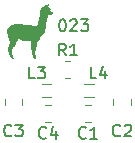
<source format=gbr>
%TF.GenerationSoftware,KiCad,Pcbnew,7.0.5+dfsg-2*%
%TF.CreationDate,2023-08-19T10:49:16+02:00*%
%TF.ProjectId,023-lumped-wilkinson-splitter,3032332d-6c75-46d7-9065-642d77696c6b,1*%
%TF.SameCoordinates,Original*%
%TF.FileFunction,Legend,Top*%
%TF.FilePolarity,Positive*%
%FSLAX46Y46*%
G04 Gerber Fmt 4.6, Leading zero omitted, Abs format (unit mm)*
G04 Created by KiCad (PCBNEW 7.0.5+dfsg-2) date 2023-08-19 10:49:16*
%MOMM*%
%LPD*%
G01*
G04 APERTURE LIST*
%ADD10C,0.150000*%
%ADD11C,0.120000*%
G04 APERTURE END LIST*
D10*
X147000000Y-71454819D02*
X147095238Y-71454819D01*
X147095238Y-71454819D02*
X147190476Y-71502438D01*
X147190476Y-71502438D02*
X147238095Y-71550057D01*
X147238095Y-71550057D02*
X147285714Y-71645295D01*
X147285714Y-71645295D02*
X147333333Y-71835771D01*
X147333333Y-71835771D02*
X147333333Y-72073866D01*
X147333333Y-72073866D02*
X147285714Y-72264342D01*
X147285714Y-72264342D02*
X147238095Y-72359580D01*
X147238095Y-72359580D02*
X147190476Y-72407200D01*
X147190476Y-72407200D02*
X147095238Y-72454819D01*
X147095238Y-72454819D02*
X147000000Y-72454819D01*
X147000000Y-72454819D02*
X146904762Y-72407200D01*
X146904762Y-72407200D02*
X146857143Y-72359580D01*
X146857143Y-72359580D02*
X146809524Y-72264342D01*
X146809524Y-72264342D02*
X146761905Y-72073866D01*
X146761905Y-72073866D02*
X146761905Y-71835771D01*
X146761905Y-71835771D02*
X146809524Y-71645295D01*
X146809524Y-71645295D02*
X146857143Y-71550057D01*
X146857143Y-71550057D02*
X146904762Y-71502438D01*
X146904762Y-71502438D02*
X147000000Y-71454819D01*
X147714286Y-71550057D02*
X147761905Y-71502438D01*
X147761905Y-71502438D02*
X147857143Y-71454819D01*
X147857143Y-71454819D02*
X148095238Y-71454819D01*
X148095238Y-71454819D02*
X148190476Y-71502438D01*
X148190476Y-71502438D02*
X148238095Y-71550057D01*
X148238095Y-71550057D02*
X148285714Y-71645295D01*
X148285714Y-71645295D02*
X148285714Y-71740533D01*
X148285714Y-71740533D02*
X148238095Y-71883390D01*
X148238095Y-71883390D02*
X147666667Y-72454819D01*
X147666667Y-72454819D02*
X148285714Y-72454819D01*
X148619048Y-71454819D02*
X149238095Y-71454819D01*
X149238095Y-71454819D02*
X148904762Y-71835771D01*
X148904762Y-71835771D02*
X149047619Y-71835771D01*
X149047619Y-71835771D02*
X149142857Y-71883390D01*
X149142857Y-71883390D02*
X149190476Y-71931009D01*
X149190476Y-71931009D02*
X149238095Y-72026247D01*
X149238095Y-72026247D02*
X149238095Y-72264342D01*
X149238095Y-72264342D02*
X149190476Y-72359580D01*
X149190476Y-72359580D02*
X149142857Y-72407200D01*
X149142857Y-72407200D02*
X149047619Y-72454819D01*
X149047619Y-72454819D02*
X148761905Y-72454819D01*
X148761905Y-72454819D02*
X148666667Y-72407200D01*
X148666667Y-72407200D02*
X148619048Y-72359580D01*
%TO.C,L4*%
X149933333Y-76454819D02*
X149457143Y-76454819D01*
X149457143Y-76454819D02*
X149457143Y-75454819D01*
X150695238Y-75788152D02*
X150695238Y-76454819D01*
X150457143Y-75407200D02*
X150219048Y-76121485D01*
X150219048Y-76121485D02*
X150838095Y-76121485D01*
%TO.C,R1*%
X147333333Y-74504819D02*
X147000000Y-74028628D01*
X146761905Y-74504819D02*
X146761905Y-73504819D01*
X146761905Y-73504819D02*
X147142857Y-73504819D01*
X147142857Y-73504819D02*
X147238095Y-73552438D01*
X147238095Y-73552438D02*
X147285714Y-73600057D01*
X147285714Y-73600057D02*
X147333333Y-73695295D01*
X147333333Y-73695295D02*
X147333333Y-73838152D01*
X147333333Y-73838152D02*
X147285714Y-73933390D01*
X147285714Y-73933390D02*
X147238095Y-73981009D01*
X147238095Y-73981009D02*
X147142857Y-74028628D01*
X147142857Y-74028628D02*
X146761905Y-74028628D01*
X148285714Y-74504819D02*
X147714286Y-74504819D01*
X148000000Y-74504819D02*
X148000000Y-73504819D01*
X148000000Y-73504819D02*
X147904762Y-73647676D01*
X147904762Y-73647676D02*
X147809524Y-73742914D01*
X147809524Y-73742914D02*
X147714286Y-73790533D01*
%TO.C,C3*%
X142733333Y-81259580D02*
X142685714Y-81307200D01*
X142685714Y-81307200D02*
X142542857Y-81354819D01*
X142542857Y-81354819D02*
X142447619Y-81354819D01*
X142447619Y-81354819D02*
X142304762Y-81307200D01*
X142304762Y-81307200D02*
X142209524Y-81211961D01*
X142209524Y-81211961D02*
X142161905Y-81116723D01*
X142161905Y-81116723D02*
X142114286Y-80926247D01*
X142114286Y-80926247D02*
X142114286Y-80783390D01*
X142114286Y-80783390D02*
X142161905Y-80592914D01*
X142161905Y-80592914D02*
X142209524Y-80497676D01*
X142209524Y-80497676D02*
X142304762Y-80402438D01*
X142304762Y-80402438D02*
X142447619Y-80354819D01*
X142447619Y-80354819D02*
X142542857Y-80354819D01*
X142542857Y-80354819D02*
X142685714Y-80402438D01*
X142685714Y-80402438D02*
X142733333Y-80450057D01*
X143066667Y-80354819D02*
X143685714Y-80354819D01*
X143685714Y-80354819D02*
X143352381Y-80735771D01*
X143352381Y-80735771D02*
X143495238Y-80735771D01*
X143495238Y-80735771D02*
X143590476Y-80783390D01*
X143590476Y-80783390D02*
X143638095Y-80831009D01*
X143638095Y-80831009D02*
X143685714Y-80926247D01*
X143685714Y-80926247D02*
X143685714Y-81164342D01*
X143685714Y-81164342D02*
X143638095Y-81259580D01*
X143638095Y-81259580D02*
X143590476Y-81307200D01*
X143590476Y-81307200D02*
X143495238Y-81354819D01*
X143495238Y-81354819D02*
X143209524Y-81354819D01*
X143209524Y-81354819D02*
X143114286Y-81307200D01*
X143114286Y-81307200D02*
X143066667Y-81259580D01*
%TO.C,C2*%
X151933333Y-81259580D02*
X151885714Y-81307200D01*
X151885714Y-81307200D02*
X151742857Y-81354819D01*
X151742857Y-81354819D02*
X151647619Y-81354819D01*
X151647619Y-81354819D02*
X151504762Y-81307200D01*
X151504762Y-81307200D02*
X151409524Y-81211961D01*
X151409524Y-81211961D02*
X151361905Y-81116723D01*
X151361905Y-81116723D02*
X151314286Y-80926247D01*
X151314286Y-80926247D02*
X151314286Y-80783390D01*
X151314286Y-80783390D02*
X151361905Y-80592914D01*
X151361905Y-80592914D02*
X151409524Y-80497676D01*
X151409524Y-80497676D02*
X151504762Y-80402438D01*
X151504762Y-80402438D02*
X151647619Y-80354819D01*
X151647619Y-80354819D02*
X151742857Y-80354819D01*
X151742857Y-80354819D02*
X151885714Y-80402438D01*
X151885714Y-80402438D02*
X151933333Y-80450057D01*
X152314286Y-80450057D02*
X152361905Y-80402438D01*
X152361905Y-80402438D02*
X152457143Y-80354819D01*
X152457143Y-80354819D02*
X152695238Y-80354819D01*
X152695238Y-80354819D02*
X152790476Y-80402438D01*
X152790476Y-80402438D02*
X152838095Y-80450057D01*
X152838095Y-80450057D02*
X152885714Y-80545295D01*
X152885714Y-80545295D02*
X152885714Y-80640533D01*
X152885714Y-80640533D02*
X152838095Y-80783390D01*
X152838095Y-80783390D02*
X152266667Y-81354819D01*
X152266667Y-81354819D02*
X152885714Y-81354819D01*
%TO.C,L3*%
X144733333Y-76454819D02*
X144257143Y-76454819D01*
X144257143Y-76454819D02*
X144257143Y-75454819D01*
X144971429Y-75454819D02*
X145590476Y-75454819D01*
X145590476Y-75454819D02*
X145257143Y-75835771D01*
X145257143Y-75835771D02*
X145400000Y-75835771D01*
X145400000Y-75835771D02*
X145495238Y-75883390D01*
X145495238Y-75883390D02*
X145542857Y-75931009D01*
X145542857Y-75931009D02*
X145590476Y-76026247D01*
X145590476Y-76026247D02*
X145590476Y-76264342D01*
X145590476Y-76264342D02*
X145542857Y-76359580D01*
X145542857Y-76359580D02*
X145495238Y-76407200D01*
X145495238Y-76407200D02*
X145400000Y-76454819D01*
X145400000Y-76454819D02*
X145114286Y-76454819D01*
X145114286Y-76454819D02*
X145019048Y-76407200D01*
X145019048Y-76407200D02*
X144971429Y-76359580D01*
%TO.C,C4*%
X145668688Y-81459580D02*
X145621069Y-81507200D01*
X145621069Y-81507200D02*
X145478212Y-81554819D01*
X145478212Y-81554819D02*
X145382974Y-81554819D01*
X145382974Y-81554819D02*
X145240117Y-81507200D01*
X145240117Y-81507200D02*
X145144879Y-81411961D01*
X145144879Y-81411961D02*
X145097260Y-81316723D01*
X145097260Y-81316723D02*
X145049641Y-81126247D01*
X145049641Y-81126247D02*
X145049641Y-80983390D01*
X145049641Y-80983390D02*
X145097260Y-80792914D01*
X145097260Y-80792914D02*
X145144879Y-80697676D01*
X145144879Y-80697676D02*
X145240117Y-80602438D01*
X145240117Y-80602438D02*
X145382974Y-80554819D01*
X145382974Y-80554819D02*
X145478212Y-80554819D01*
X145478212Y-80554819D02*
X145621069Y-80602438D01*
X145621069Y-80602438D02*
X145668688Y-80650057D01*
X146525831Y-80888152D02*
X146525831Y-81554819D01*
X146287736Y-80507200D02*
X146049641Y-81221485D01*
X146049641Y-81221485D02*
X146668688Y-81221485D01*
%TO.C,C1*%
X149033333Y-81459580D02*
X148985714Y-81507200D01*
X148985714Y-81507200D02*
X148842857Y-81554819D01*
X148842857Y-81554819D02*
X148747619Y-81554819D01*
X148747619Y-81554819D02*
X148604762Y-81507200D01*
X148604762Y-81507200D02*
X148509524Y-81411961D01*
X148509524Y-81411961D02*
X148461905Y-81316723D01*
X148461905Y-81316723D02*
X148414286Y-81126247D01*
X148414286Y-81126247D02*
X148414286Y-80983390D01*
X148414286Y-80983390D02*
X148461905Y-80792914D01*
X148461905Y-80792914D02*
X148509524Y-80697676D01*
X148509524Y-80697676D02*
X148604762Y-80602438D01*
X148604762Y-80602438D02*
X148747619Y-80554819D01*
X148747619Y-80554819D02*
X148842857Y-80554819D01*
X148842857Y-80554819D02*
X148985714Y-80602438D01*
X148985714Y-80602438D02*
X149033333Y-80650057D01*
X149985714Y-81554819D02*
X149414286Y-81554819D01*
X149700000Y-81554819D02*
X149700000Y-80554819D01*
X149700000Y-80554819D02*
X149604762Y-80697676D01*
X149604762Y-80697676D02*
X149509524Y-80792914D01*
X149509524Y-80792914D02*
X149414286Y-80840533D01*
D11*
%TO.C,L4*%
X148900378Y-76940000D02*
X149699622Y-76940000D01*
X148900378Y-78060000D02*
X149699622Y-78060000D01*
%TO.C,R1*%
X147272936Y-74965000D02*
X147727064Y-74965000D01*
X147272936Y-76435000D02*
X147727064Y-76435000D01*
%TO.C,C3*%
X142165000Y-78711252D02*
X142165000Y-78188748D01*
X143635000Y-78711252D02*
X143635000Y-78188748D01*
%TO.C,C2*%
X152835000Y-78188748D02*
X152835000Y-78711252D01*
X151365000Y-78188748D02*
X151365000Y-78711252D01*
%TO.C,G\u002A\u002A\u002A*%
G36*
X145907208Y-70114917D02*
G01*
X145921780Y-70122643D01*
X145927638Y-70138791D01*
X145924986Y-70166038D01*
X145914028Y-70207062D01*
X145895246Y-70263741D01*
X145878860Y-70310446D01*
X145864665Y-70349625D01*
X145854112Y-70377364D01*
X145848650Y-70389745D01*
X145848486Y-70389946D01*
X145854138Y-70397178D01*
X145873545Y-70411565D01*
X145902518Y-70430004D01*
X145902794Y-70430170D01*
X145965684Y-70473854D01*
X146013512Y-70519631D01*
X146045324Y-70565750D01*
X146060162Y-70610459D01*
X146057070Y-70652007D01*
X146040520Y-70682445D01*
X146020991Y-70706562D01*
X146077555Y-70740636D01*
X146117737Y-70766699D01*
X146159250Y-70796467D01*
X146180607Y-70813250D01*
X146206661Y-70835927D01*
X146219745Y-70852611D01*
X146223211Y-70869984D01*
X146220661Y-70893124D01*
X146215636Y-70932872D01*
X146212184Y-70973169D01*
X146212056Y-70975472D01*
X146206709Y-71006817D01*
X146192958Y-71024471D01*
X146187295Y-71027764D01*
X146164024Y-71044266D01*
X146144294Y-71064253D01*
X146134232Y-71075038D01*
X146121977Y-71082474D01*
X146103462Y-71087419D01*
X146074622Y-71090732D01*
X146031391Y-71093272D01*
X146000502Y-71094630D01*
X145940844Y-71098231D01*
X145895936Y-71103279D01*
X145868140Y-71109464D01*
X145861407Y-71112879D01*
X145849381Y-71131376D01*
X145840328Y-71159745D01*
X145839450Y-71164547D01*
X145832091Y-71190629D01*
X145817507Y-71228695D01*
X145798200Y-71272492D01*
X145786787Y-71296135D01*
X145769617Y-71331648D01*
X145756241Y-71363117D01*
X145745437Y-71394981D01*
X145735983Y-71431679D01*
X145726657Y-71477652D01*
X145716238Y-71537340D01*
X145710003Y-71575142D01*
X145698611Y-71650475D01*
X145687513Y-71733726D01*
X145677703Y-71816757D01*
X145670177Y-71891427D01*
X145667711Y-71921318D01*
X145653479Y-72070850D01*
X145634101Y-72203435D01*
X145609013Y-72322278D01*
X145578053Y-72429366D01*
X145549141Y-72507130D01*
X145516299Y-72574946D01*
X145476020Y-72638510D01*
X145424798Y-72703520D01*
X145375643Y-72758199D01*
X145277329Y-72875280D01*
X145193806Y-73001629D01*
X145131364Y-73121186D01*
X145103186Y-73177903D01*
X145077811Y-73220375D01*
X145051675Y-73254018D01*
X145028482Y-73277604D01*
X145000811Y-73302117D01*
X144978251Y-73319713D01*
X144965568Y-73326682D01*
X144965395Y-73326688D01*
X144953451Y-73333218D01*
X144941919Y-73353767D01*
X144930392Y-73389773D01*
X144918459Y-73442674D01*
X144905712Y-73513910D01*
X144897702Y-73564739D01*
X144882935Y-73657753D01*
X144868702Y-73736626D01*
X144853537Y-73807789D01*
X144835974Y-73877671D01*
X144814550Y-73952702D01*
X144794147Y-74019151D01*
X144773662Y-74088767D01*
X144759937Y-74148459D01*
X144752673Y-74203792D01*
X144751572Y-74260332D01*
X144756334Y-74323643D01*
X144766662Y-74399292D01*
X144771976Y-74432384D01*
X144781863Y-74493891D01*
X144791097Y-74554175D01*
X144798842Y-74607582D01*
X144804263Y-74648460D01*
X144805561Y-74659723D01*
X144812893Y-74704728D01*
X144826368Y-74741894D01*
X144850004Y-74781963D01*
X144852923Y-74786310D01*
X144893121Y-74845728D01*
X144591035Y-74845728D01*
X144598018Y-74812144D01*
X144606666Y-74782384D01*
X144617092Y-74759536D01*
X144621952Y-74745992D01*
X144619574Y-74727580D01*
X144608787Y-74699446D01*
X144596054Y-74672292D01*
X144576050Y-74626603D01*
X144559018Y-74576762D01*
X144543853Y-74518573D01*
X144529451Y-74447840D01*
X144515851Y-74367612D01*
X144505774Y-74315487D01*
X144490904Y-74252618D01*
X144473420Y-74187715D01*
X144459042Y-74140272D01*
X144439373Y-74077432D01*
X144424185Y-74023154D01*
X144412556Y-73972312D01*
X144403565Y-73919774D01*
X144396290Y-73860411D01*
X144389810Y-73789094D01*
X144385282Y-73729699D01*
X144380007Y-73626544D01*
X144379205Y-73527802D01*
X144382780Y-73438429D01*
X144390634Y-73363381D01*
X144392649Y-73350881D01*
X144398285Y-73318238D01*
X144213062Y-73323960D01*
X144092262Y-73325480D01*
X143987165Y-73321724D01*
X143893384Y-73312274D01*
X143806532Y-73296713D01*
X143735335Y-73278501D01*
X143628868Y-73239636D01*
X143539540Y-73189590D01*
X143466909Y-73128052D01*
X143410536Y-73054711D01*
X143404435Y-73044391D01*
X143375907Y-72994600D01*
X143368639Y-73023556D01*
X143348777Y-73080742D01*
X143318034Y-73143838D01*
X143280847Y-73204875D01*
X143241648Y-73255885D01*
X143235826Y-73262224D01*
X143201823Y-73299253D01*
X143179015Y-73328535D01*
X143163853Y-73356807D01*
X143152786Y-73390804D01*
X143142267Y-73437262D01*
X143141407Y-73441406D01*
X143122253Y-73514043D01*
X143095078Y-73580397D01*
X143057410Y-73644725D01*
X143006775Y-73711286D01*
X142944562Y-73780306D01*
X142900655Y-73827086D01*
X142869096Y-73863066D01*
X142847302Y-73891736D01*
X142832691Y-73916586D01*
X142822679Y-73941105D01*
X142820484Y-73947943D01*
X142806617Y-74010336D01*
X142798490Y-74083767D01*
X142796652Y-74159269D01*
X142801650Y-74227875D01*
X142802867Y-74236045D01*
X142821849Y-74352191D01*
X142838653Y-74449249D01*
X142853608Y-74528646D01*
X142867045Y-74591809D01*
X142879292Y-74640166D01*
X142890680Y-74675143D01*
X142901537Y-74698166D01*
X142912194Y-74710664D01*
X142912536Y-74710907D01*
X142943036Y-74736176D01*
X142970562Y-74765811D01*
X142989476Y-74793348D01*
X142993891Y-74804120D01*
X142995244Y-74813632D01*
X142990936Y-74819721D01*
X142977416Y-74823146D01*
X142951136Y-74824671D01*
X142908547Y-74825054D01*
X142896219Y-74825061D01*
X142793072Y-74825061D01*
X142795449Y-74796643D01*
X142793369Y-74778430D01*
X142782341Y-74757689D01*
X142759769Y-74730433D01*
X142736582Y-74706224D01*
X142693768Y-74657147D01*
X142654802Y-74599598D01*
X142618211Y-74530726D01*
X142582517Y-74447679D01*
X142546246Y-74347608D01*
X142537706Y-74322003D01*
X142502894Y-74210358D01*
X142477616Y-74113609D01*
X142461922Y-74028285D01*
X142455862Y-73950921D01*
X142459487Y-73878048D01*
X142472846Y-73806198D01*
X142495988Y-73731903D01*
X142528964Y-73651696D01*
X142547925Y-73610862D01*
X142563244Y-73577573D01*
X142573181Y-73550567D01*
X142578868Y-73523669D01*
X142581433Y-73490701D01*
X142582007Y-73445488D01*
X142581942Y-73424857D01*
X142574037Y-73313717D01*
X142551457Y-73189349D01*
X142514436Y-73052839D01*
X142479648Y-72949512D01*
X142461521Y-72895325D01*
X142444501Y-72837402D01*
X142431243Y-72785050D01*
X142427106Y-72765233D01*
X142414411Y-72708368D01*
X142400643Y-72665227D01*
X142386695Y-72637191D01*
X142373461Y-72625643D01*
X142361834Y-72631965D01*
X142353974Y-72652044D01*
X142349203Y-72668673D01*
X142344810Y-72670196D01*
X142337896Y-72654900D01*
X142332125Y-72639127D01*
X142321228Y-72590843D01*
X142317240Y-72530839D01*
X142319967Y-72466803D01*
X142329216Y-72406422D01*
X142338838Y-72372197D01*
X142386099Y-72269316D01*
X142451074Y-72175424D01*
X142532531Y-72091243D01*
X142629242Y-72017494D01*
X142739977Y-71954898D01*
X142863509Y-71904178D01*
X142998607Y-71866054D01*
X143144042Y-71841248D01*
X143259642Y-71831795D01*
X143347425Y-71829758D01*
X143431499Y-71832317D01*
X143516776Y-71840018D01*
X143608169Y-71853405D01*
X143710590Y-71873023D01*
X143791711Y-71890808D01*
X143887807Y-71912345D01*
X143967579Y-71929200D01*
X144034708Y-71941879D01*
X144092875Y-71950889D01*
X144145762Y-71956737D01*
X144197049Y-71959929D01*
X144250417Y-71960973D01*
X144298629Y-71960575D01*
X144354738Y-71959915D01*
X144399013Y-71960589D01*
X144437320Y-71963316D01*
X144475528Y-71968818D01*
X144519505Y-71977819D01*
X144575120Y-71991038D01*
X144603604Y-71998082D01*
X144675622Y-72015214D01*
X144731279Y-72026183D01*
X144773946Y-72030976D01*
X144806992Y-72029581D01*
X144833788Y-72021987D01*
X144857703Y-72008180D01*
X144871833Y-71997109D01*
X144892889Y-71976673D01*
X144910733Y-71952129D01*
X144926651Y-71920341D01*
X144941925Y-71878173D01*
X144957840Y-71822489D01*
X144975680Y-71750153D01*
X144979346Y-71734469D01*
X144996905Y-71662770D01*
X145018065Y-71582312D01*
X145040306Y-71502374D01*
X145061109Y-71432234D01*
X145063452Y-71424717D01*
X145078978Y-71374113D01*
X145091303Y-71330295D01*
X145101226Y-71288944D01*
X145109547Y-71245741D01*
X145117065Y-71196365D01*
X145124579Y-71136498D01*
X145132889Y-71061819D01*
X145136002Y-71032628D01*
X145147098Y-70930493D01*
X145156972Y-70846407D01*
X145166097Y-70777821D01*
X145174945Y-70722188D01*
X145183991Y-70676957D01*
X145193707Y-70639582D01*
X145204567Y-70607513D01*
X145217044Y-70578202D01*
X145222488Y-70566892D01*
X145243227Y-70527695D01*
X145264341Y-70495534D01*
X145289403Y-70466760D01*
X145321983Y-70437721D01*
X145365654Y-70404766D01*
X145414198Y-70370923D01*
X145463880Y-70334968D01*
X145515539Y-70294307D01*
X145561923Y-70254795D01*
X145586890Y-70231435D01*
X145618275Y-70202043D01*
X145645322Y-70179904D01*
X145664140Y-70168049D01*
X145669559Y-70167005D01*
X145683132Y-70181623D01*
X145684744Y-70211606D01*
X145674416Y-70255478D01*
X145668097Y-70273543D01*
X145656615Y-70305332D01*
X145648850Y-70328941D01*
X145646704Y-70337728D01*
X145653034Y-70335813D01*
X145669982Y-70321540D01*
X145694485Y-70298042D01*
X145723480Y-70268450D01*
X145753903Y-70235896D01*
X145782693Y-70203515D01*
X145806785Y-70174437D01*
X145808411Y-70172355D01*
X145835607Y-70139612D01*
X145856294Y-70121160D01*
X145874724Y-70113645D01*
X145883716Y-70112937D01*
X145907208Y-70114917D01*
G37*
%TO.C,L3*%
X146099622Y-78060000D02*
X145300378Y-78060000D01*
X146099622Y-76940000D02*
X145300378Y-76940000D01*
%TO.C,C4*%
X146061252Y-78665000D02*
X145538748Y-78665000D01*
X146061252Y-80135000D02*
X145538748Y-80135000D01*
%TO.C,C1*%
X148938748Y-78665000D02*
X149461252Y-78665000D01*
X148938748Y-80135000D02*
X149461252Y-80135000D01*
%TD*%
M02*

</source>
